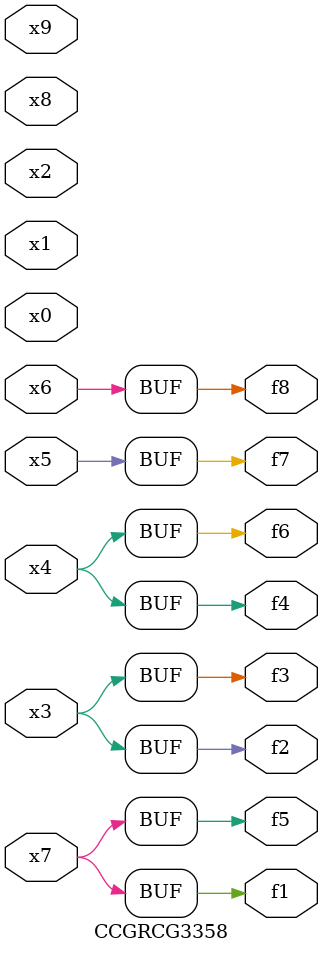
<source format=v>
module CCGRCG3358(
	input x0, x1, x2, x3, x4, x5, x6, x7, x8, x9,
	output f1, f2, f3, f4, f5, f6, f7, f8
);
	assign f1 = x7;
	assign f2 = x3;
	assign f3 = x3;
	assign f4 = x4;
	assign f5 = x7;
	assign f6 = x4;
	assign f7 = x5;
	assign f8 = x6;
endmodule

</source>
